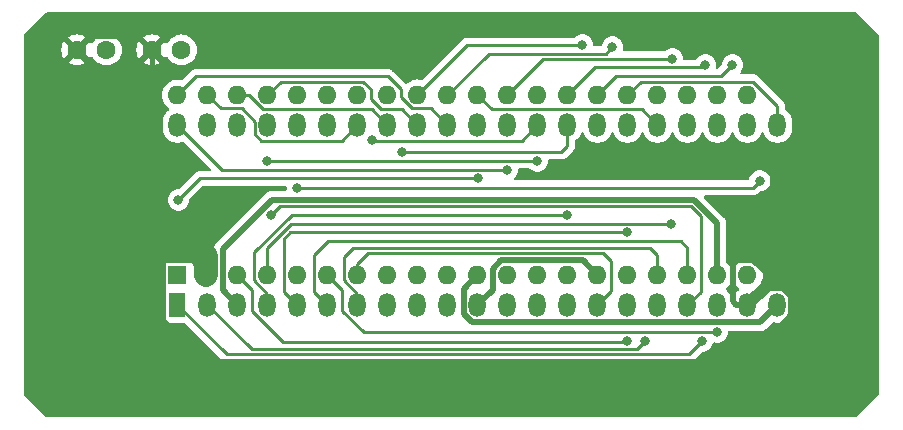
<source format=gbr>
%TF.GenerationSoftware,KiCad,Pcbnew,8.0.4*%
%TF.CreationDate,2024-09-01T17:43:29+09:00*%
%TF.ProjectId,uPD753adapter,75504437-3533-4616-9461-707465722e6b,rev?*%
%TF.SameCoordinates,Original*%
%TF.FileFunction,Copper,L1,Top*%
%TF.FilePolarity,Positive*%
%FSLAX46Y46*%
G04 Gerber Fmt 4.6, Leading zero omitted, Abs format (unit mm)*
G04 Created by KiCad (PCBNEW 8.0.4) date 2024-09-01 17:43:29*
%MOMM*%
%LPD*%
G01*
G04 APERTURE LIST*
%TA.AperFunction,ComponentPad*%
%ADD10R,1.440000X2.000000*%
%TD*%
%TA.AperFunction,ComponentPad*%
%ADD11O,1.440000X2.000000*%
%TD*%
%TA.AperFunction,ComponentPad*%
%ADD12C,1.600000*%
%TD*%
%TA.AperFunction,ComponentPad*%
%ADD13R,1.600000X1.600000*%
%TD*%
%TA.AperFunction,ComponentPad*%
%ADD14O,1.600000X1.600000*%
%TD*%
%TA.AperFunction,ViaPad*%
%ADD15C,0.800000*%
%TD*%
%TA.AperFunction,Conductor*%
%ADD16C,2.000000*%
%TD*%
%TA.AperFunction,Conductor*%
%ADD17C,0.500000*%
%TD*%
%TA.AperFunction,Conductor*%
%ADD18C,0.250000*%
%TD*%
%TA.AperFunction,Conductor*%
%ADD19C,1.000000*%
%TD*%
%TA.AperFunction,Conductor*%
%ADD20C,0.400000*%
%TD*%
G04 APERTURE END LIST*
D10*
%TO.P,J1,1,Pin_1*%
%TO.N,READY*%
X13638000Y-25400000D03*
D11*
%TO.P,J1,2,Pin_2*%
%TO.N,WAIT*%
X16178000Y-25400000D03*
%TO.P,J1,3,Pin_3*%
%TO.N,SYNC*%
X18718000Y-25400000D03*
%TO.P,J1,4,Pin_4*%
%TO.N,INT*%
X21258000Y-25400000D03*
%TO.P,J1,5,Pin_5*%
%TO.N,INTE*%
X23798000Y-25400000D03*
%TO.P,J1,6,Pin_6*%
%TO.N,WR_n*%
X26338000Y-25400000D03*
%TO.P,J1,7,Pin_7*%
%TO.N,DBIN*%
X28878000Y-25400000D03*
%TO.P,J1,8,Pin_8*%
%TO.N,CLK1*%
X31418000Y-25400000D03*
%TO.P,J1,9,Pin_9*%
%TO.N,unconnected-(J1-Pin_9-Pad9)*%
X33958000Y-25400000D03*
%TO.P,J1,10,Pin_10*%
%TO.N,unconnected-(J1-Pin_10-Pad10)*%
X36498000Y-25400000D03*
%TO.P,J1,11,Pin_11*%
%TO.N,CLK2*%
X39038000Y-25400000D03*
%TO.P,J1,12,Pin_12*%
%TO.N,D0*%
X41578000Y-25400000D03*
%TO.P,J1,13,Pin_13*%
%TO.N,D1*%
X44118000Y-25400000D03*
%TO.P,J1,14,Pin_14*%
%TO.N,D2*%
X46658000Y-25400000D03*
%TO.P,J1,15,Pin_15*%
%TO.N,D3*%
X49198000Y-25400000D03*
%TO.P,J1,16,Pin_16*%
%TO.N,D4*%
X51738000Y-25400000D03*
%TO.P,J1,17,Pin_17*%
%TO.N,D5*%
X54278000Y-25400000D03*
%TO.P,J1,18,Pin_18*%
%TO.N,D6*%
X56818000Y-25400000D03*
%TO.P,J1,19,Pin_19*%
%TO.N,D7*%
X59358000Y-25400000D03*
%TO.P,J1,20,Pin_20*%
%TO.N,GND*%
X61898000Y-25400000D03*
%TO.P,J1,21,Pin_21*%
%TO.N,-5V*%
X64438000Y-25400000D03*
%TO.P,J1,22,Pin_22*%
%TO.N,A0*%
X64438000Y-10160000D03*
%TO.P,J1,23,Pin_23*%
%TO.N,A1*%
X61898000Y-10160000D03*
%TO.P,J1,24,Pin_24*%
%TO.N,A2*%
X59358000Y-10160000D03*
%TO.P,J1,25,Pin_25*%
%TO.N,A3*%
X56818000Y-10160000D03*
%TO.P,J1,26,Pin_26*%
%TO.N,A4*%
X54278000Y-10160000D03*
%TO.P,J1,27,Pin_27*%
%TO.N,A5*%
X51738000Y-10160000D03*
%TO.P,J1,28,Pin_28*%
%TO.N,A6*%
X49198000Y-10160000D03*
%TO.P,J1,29,Pin_29*%
%TO.N,A7*%
X46658000Y-10160000D03*
%TO.P,J1,30,Pin_30*%
%TO.N,A8*%
X44118000Y-10160000D03*
%TO.P,J1,31,Pin_31*%
%TO.N,A9*%
X41578000Y-10160000D03*
%TO.P,J1,32,Pin_32*%
%TO.N,A10*%
X39038000Y-10160000D03*
%TO.P,J1,33,Pin_33*%
%TO.N,A11*%
X36498000Y-10160000D03*
%TO.P,J1,34,Pin_34*%
%TO.N,A12*%
X33958000Y-10160000D03*
%TO.P,J1,35,Pin_35*%
%TO.N,A13*%
X31418000Y-10160000D03*
%TO.P,J1,36,Pin_36*%
%TO.N,A14*%
X28878000Y-10160000D03*
%TO.P,J1,37,Pin_37*%
%TO.N,A15*%
X26338000Y-10160000D03*
%TO.P,J1,38,Pin_38*%
%TO.N,HLDA*%
X23798000Y-10160000D03*
%TO.P,J1,39,Pin_39*%
%TO.N,HOLD*%
X21258000Y-10160000D03*
%TO.P,J1,40,Pin_40*%
%TO.N,+5V*%
X18718000Y-10160000D03*
%TO.P,J1,41,Pin_41*%
%TO.N,+12V*%
X16178000Y-10160000D03*
%TO.P,J1,42,Pin_42*%
%TO.N,RESET*%
X13638000Y-10160000D03*
%TD*%
D12*
%TO.P,C2,1*%
%TO.N,+12V*%
X13970000Y-3810000D03*
%TO.P,C2,2*%
%TO.N,GND*%
X11470000Y-3810000D03*
%TD*%
D13*
%TO.P,J2,1,Pin_1*%
%TO.N,A10*%
X13638000Y-22860000D03*
D14*
%TO.P,J2,2,Pin_2*%
%TO.N,GND*%
X16178000Y-22860000D03*
%TO.P,J2,3,Pin_3*%
%TO.N,D4*%
X18718000Y-22860000D03*
%TO.P,J2,4,Pin_4*%
%TO.N,D5*%
X21258000Y-22860000D03*
%TO.P,J2,5,Pin_5*%
%TO.N,D6*%
X23798000Y-22860000D03*
%TO.P,J2,6,Pin_6*%
%TO.N,D7*%
X26338000Y-22860000D03*
%TO.P,J2,7,Pin_7*%
%TO.N,D3*%
X28878000Y-22860000D03*
%TO.P,J2,8,Pin_8*%
%TO.N,D2*%
X31418000Y-22860000D03*
%TO.P,J2,9,Pin_9*%
%TO.N,D1*%
X33958000Y-22860000D03*
%TO.P,J2,10,Pin_10*%
%TO.N,D0*%
X36498000Y-22860000D03*
%TO.P,J2,11,Pin_11*%
%TO.N,-5V*%
X39038000Y-22860000D03*
%TO.P,J2,12,Pin_12*%
%TO.N,RESET*%
X41578000Y-22860000D03*
%TO.P,J2,13,Pin_13*%
%TO.N,HOLD*%
X44118000Y-22860000D03*
%TO.P,J2,14,Pin_14*%
%TO.N,INT*%
X46658000Y-22860000D03*
%TO.P,J2,15,Pin_15*%
%TO.N,CLK2*%
X49198000Y-22860000D03*
%TO.P,J2,16,Pin_16*%
%TO.N,INTE*%
X51738000Y-22860000D03*
%TO.P,J2,17,Pin_17*%
%TO.N,DBIN*%
X54278000Y-22860000D03*
%TO.P,J2,18,Pin_18*%
%TO.N,WR_n*%
X56818000Y-22860000D03*
%TO.P,J2,19,Pin_19*%
%TO.N,SYNC*%
X59358000Y-22860000D03*
%TO.P,J2,20,Pin_20*%
%TO.N,+5V*%
X61898000Y-22860000D03*
%TO.P,J2,21,Pin_21*%
%TO.N,HLDA*%
X61898000Y-7620000D03*
%TO.P,J2,22,Pin_22*%
%TO.N,CLK1*%
X59358000Y-7620000D03*
%TO.P,J2,23,Pin_23*%
%TO.N,READY*%
X56818000Y-7620000D03*
%TO.P,J2,24,Pin_24*%
%TO.N,WAIT*%
X54278000Y-7620000D03*
%TO.P,J2,25,Pin_25*%
%TO.N,A0*%
X51738000Y-7620000D03*
%TO.P,J2,26,Pin_26*%
%TO.N,A1*%
X49198000Y-7620000D03*
%TO.P,J2,27,Pin_27*%
%TO.N,A2*%
X46658000Y-7620000D03*
%TO.P,J2,28,Pin_28*%
%TO.N,+12V*%
X44118000Y-7620000D03*
%TO.P,J2,29,Pin_29*%
%TO.N,A3*%
X41578000Y-7620000D03*
%TO.P,J2,30,Pin_30*%
%TO.N,A4*%
X39038000Y-7620000D03*
%TO.P,J2,31,Pin_31*%
%TO.N,A5*%
X36498000Y-7620000D03*
%TO.P,J2,32,Pin_32*%
%TO.N,A6*%
X33958000Y-7620000D03*
%TO.P,J2,33,Pin_33*%
%TO.N,A7*%
X31418000Y-7620000D03*
%TO.P,J2,34,Pin_34*%
%TO.N,A8*%
X28878000Y-7620000D03*
%TO.P,J2,35,Pin_35*%
%TO.N,A9*%
X26338000Y-7620000D03*
%TO.P,J2,36,Pin_36*%
%TO.N,A15*%
X23798000Y-7620000D03*
%TO.P,J2,37,Pin_37*%
%TO.N,A12*%
X21258000Y-7620000D03*
%TO.P,J2,38,Pin_38*%
%TO.N,A13*%
X18718000Y-7620000D03*
%TO.P,J2,39,Pin_39*%
%TO.N,A14*%
X16178000Y-7620000D03*
%TO.P,J2,40,Pin_40*%
%TO.N,A11*%
X13638000Y-7620000D03*
%TD*%
D12*
%TO.P,C1,1*%
%TO.N,+5V*%
X7620000Y-3810000D03*
%TO.P,C1,2*%
%TO.N,GND*%
X5120000Y-3810000D03*
%TD*%
D15*
%TO.N,WAIT*%
X53262000Y-28448000D03*
%TO.N,D4*%
X51738000Y-28425000D03*
%TO.N,A1*%
X60628000Y-5080000D03*
%TO.N,INT*%
X46658000Y-17780000D03*
%TO.N,INTE*%
X51738000Y-19267000D03*
%TO.N,D7*%
X59358000Y-27700000D03*
%TO.N,A2*%
X58342000Y-5080000D03*
%TO.N,RESET*%
X41578000Y-13970000D03*
%TO.N,A5*%
X50468000Y-3556000D03*
%TO.N,A3*%
X55548000Y-4572000D03*
%TO.N,D5*%
X55421000Y-18542000D03*
%TO.N,HLDA*%
X62943000Y-14897997D03*
X23798000Y-15494000D03*
%TO.N,HOLD*%
X21258000Y-13208000D03*
X44118000Y-13208000D03*
%TO.N,A8*%
X30148000Y-11430000D03*
%TO.N,A7*%
X32688000Y-12446000D03*
%TO.N,A10*%
X13716000Y-16510000D03*
X39116000Y-14695000D03*
%TO.N,A6*%
X47928000Y-3397000D03*
%TO.N,D6*%
X21590000Y-17780000D03*
%TO.N,READY*%
X58088000Y-28448000D03*
%TD*%
D16*
%TO.N,GND*%
X16018000Y-21240000D02*
X16018000Y-22860000D01*
X15638000Y-20860000D02*
X16018000Y-21240000D01*
X11494000Y-20860000D02*
X15638000Y-20860000D01*
X11470000Y-20884000D02*
X11494000Y-20860000D01*
D17*
%TO.N,SYNC*%
X17468000Y-20662000D02*
X21650000Y-16480000D01*
X17468000Y-24150000D02*
X17468000Y-20662000D01*
X21650000Y-16480000D02*
X57347173Y-16480000D01*
X59358000Y-18490827D02*
X59358000Y-22860000D01*
X18718000Y-25400000D02*
X17468000Y-24150000D01*
X57347173Y-16480000D02*
X59358000Y-18490827D01*
D18*
%TO.N,D6*%
X22315000Y-17055000D02*
X21590000Y-17780000D01*
X57109000Y-17055000D02*
X22315000Y-17055000D01*
X57961000Y-17907000D02*
X57109000Y-17055000D01*
X57943000Y-18179000D02*
X57961000Y-18161000D01*
X56818000Y-25400000D02*
X57943000Y-24275000D01*
X57943000Y-24275000D02*
X57943000Y-18179000D01*
X57961000Y-18161000D02*
X57961000Y-17907000D01*
%TO.N,INT*%
X23308000Y-17780000D02*
X46658000Y-17780000D01*
X20133000Y-23325991D02*
X20133000Y-20955000D01*
X20133000Y-20955000D02*
X23308000Y-17780000D01*
%TO.N,D5*%
X23288604Y-18542000D02*
X55421000Y-18542000D01*
X21258000Y-20572604D02*
X23288604Y-18542000D01*
X21258000Y-22860000D02*
X21258000Y-20572604D01*
D17*
%TO.N,GND*%
X60960000Y-21590000D02*
X62395767Y-21590000D01*
D19*
X63598000Y-23700000D02*
X65026183Y-23700000D01*
D20*
X6320000Y-2610000D02*
X10270000Y-2610000D01*
X63298000Y-24000000D02*
X61898000Y-25400000D01*
X5120000Y-3810000D02*
X6320000Y-2610000D01*
X65558000Y-26143919D02*
X65558000Y-24656081D01*
D17*
X60960000Y-25400000D02*
X60648000Y-25088000D01*
D19*
X65858000Y-24531817D02*
X65858000Y-26268183D01*
X65858000Y-26268183D02*
X65770132Y-26356051D01*
D20*
X64901919Y-24000000D02*
X63298000Y-24000000D01*
D17*
X63598000Y-22792233D02*
X63598000Y-23700000D01*
D20*
X61576919Y-30125000D02*
X65558000Y-26143919D01*
X65558000Y-24656081D02*
X64901919Y-24000000D01*
X12438000Y-26720000D02*
X15843000Y-30125000D01*
D17*
X60648000Y-21902000D02*
X60960000Y-21590000D01*
D19*
X65026183Y-23700000D02*
X65858000Y-24531817D01*
D17*
X61898000Y-25400000D02*
X60960000Y-25400000D01*
D20*
X11470000Y-3810000D02*
X11470000Y-20884000D01*
X15843000Y-30125000D02*
X61576919Y-30125000D01*
D19*
X61898000Y-25400000D02*
X63598000Y-23700000D01*
D17*
X60648000Y-25088000D02*
X60648000Y-21902000D01*
D20*
X11470000Y-20884000D02*
X12438000Y-21852000D01*
X10270000Y-2610000D02*
X11470000Y-3810000D01*
D17*
X62395767Y-21590000D02*
X63598000Y-22792233D01*
%TO.N,-5V*%
X38553370Y-26850000D02*
X62988000Y-26850000D01*
X37868000Y-26164630D02*
X38553370Y-26850000D01*
X39038000Y-22860000D02*
X37868000Y-24030000D01*
X62988000Y-26850000D02*
X64438000Y-25400000D01*
X37868000Y-24030000D02*
X37868000Y-26164630D01*
D18*
%TO.N,WAIT*%
X16178000Y-25400000D02*
X19928000Y-29150000D01*
X52560000Y-29150000D02*
X19928000Y-29150000D01*
X53262000Y-28448000D02*
X52560000Y-29150000D01*
%TO.N,A11*%
X31433991Y-6045000D02*
X15213000Y-6045000D01*
X32543000Y-7154009D02*
X32543000Y-7795991D01*
X35083000Y-8745000D02*
X36498000Y-10160000D01*
X32543000Y-7795991D02*
X33492009Y-8745000D01*
X33492009Y-8745000D02*
X35083000Y-8745000D01*
X15213000Y-6045000D02*
X13638000Y-7620000D01*
X32543000Y-7154009D02*
X31433991Y-6045000D01*
%TO.N,D4*%
X51738000Y-28425000D02*
X51663000Y-28500000D01*
X19988000Y-25887853D02*
X22600146Y-28500000D01*
X19988000Y-24130000D02*
X18718000Y-22860000D01*
X51663000Y-28500000D02*
X22600146Y-28500000D01*
X19988000Y-25887853D02*
X19988000Y-24130000D01*
%TO.N,A1*%
X49198000Y-7620000D02*
X50773000Y-6045000D01*
X50773000Y-6045000D02*
X59663000Y-6045000D01*
X59663000Y-6045000D02*
X60628000Y-5080000D01*
%TO.N,INT*%
X21258000Y-24450991D02*
X20133000Y-23325991D01*
X21258000Y-25400000D02*
X21258000Y-24450991D01*
%TO.N,INTE*%
X22673000Y-19830000D02*
X22673000Y-24275000D01*
X23200000Y-19267000D02*
X22655000Y-19812000D01*
X22655000Y-19812000D02*
X22673000Y-19830000D01*
X23798000Y-25400000D02*
X22673000Y-24275000D01*
X51738000Y-19267000D02*
X23200000Y-19267000D01*
%TO.N,A0*%
X64438000Y-10160000D02*
X64438000Y-8569009D01*
X62363991Y-6495000D02*
X52863000Y-6495000D01*
X64438000Y-8569009D02*
X62363991Y-6495000D01*
X52863000Y-6495000D02*
X51738000Y-7620000D01*
%TO.N,D7*%
X59358000Y-27700000D02*
X51611000Y-27700000D01*
X26338000Y-22860000D02*
X27608000Y-24130000D01*
X27608000Y-25887853D02*
X29420148Y-27700000D01*
X47674000Y-27709305D02*
X47674000Y-27686000D01*
X51597000Y-27686000D02*
X51611000Y-27700000D01*
X29420148Y-27700000D02*
X59358000Y-27700000D01*
X27608000Y-24130000D02*
X27608000Y-25887853D01*
X47674000Y-27686000D02*
X51597000Y-27686000D01*
%TO.N,A12*%
X32633000Y-8835000D02*
X30855000Y-8835000D01*
X22383000Y-6495000D02*
X21258000Y-7620000D01*
X30003000Y-7154009D02*
X29343991Y-6495000D01*
X22383000Y-6495000D02*
X29343991Y-6495000D01*
X30855000Y-8835000D02*
X30003000Y-7983000D01*
X33958000Y-10160000D02*
X32633000Y-8835000D01*
X30003000Y-7983000D02*
X30003000Y-7154009D01*
%TO.N,A2*%
X46658000Y-7620000D02*
X48981000Y-5297000D01*
X58125000Y-5297000D02*
X48981000Y-5297000D01*
X58342000Y-5080000D02*
X58125000Y-5297000D01*
%TO.N,RESET*%
X13638000Y-10160000D02*
X17448000Y-13970000D01*
X41578000Y-13970000D02*
X17448000Y-13970000D01*
%TO.N,A5*%
X49902000Y-4122000D02*
X39996000Y-4122000D01*
X50468000Y-3556000D02*
X49902000Y-4122000D01*
X36498000Y-7620000D02*
X39996000Y-4122000D01*
%TO.N,WR_n*%
X56818000Y-22860000D02*
X56818000Y-20574000D01*
X25213000Y-21191000D02*
X25213000Y-24275000D01*
X25213000Y-24275000D02*
X26338000Y-25400000D01*
X26412000Y-19992000D02*
X25213000Y-21191000D01*
X26412000Y-19992000D02*
X56236000Y-19992000D01*
X56236000Y-19992000D02*
X56818000Y-20574000D01*
%TO.N,A3*%
X55548000Y-4572000D02*
X44626000Y-4572000D01*
X41578000Y-7620000D02*
X44626000Y-4572000D01*
%TO.N,HLDA*%
X23798000Y-15494000D02*
X62346997Y-15494000D01*
X62346997Y-15494000D02*
X62943000Y-14897997D01*
%TO.N,HOLD*%
X21258000Y-13208000D02*
X44118000Y-13208000D01*
%TO.N,D3*%
X28878000Y-21971000D02*
X29814000Y-21035000D01*
X50341000Y-24257000D02*
X49198000Y-25400000D01*
X50341000Y-21717000D02*
X50341000Y-24257000D01*
X28878000Y-22860000D02*
X28878000Y-21971000D01*
X29814000Y-21035000D02*
X49659000Y-21035000D01*
X49659000Y-21035000D02*
X50341000Y-21717000D01*
%TO.N,A8*%
X30203000Y-11485000D02*
X42793000Y-11485000D01*
X42793000Y-11485000D02*
X44118000Y-10160000D01*
X30148000Y-11430000D02*
X30203000Y-11485000D01*
%TO.N,A7*%
X32688000Y-12446000D02*
X46150000Y-12446000D01*
X46658000Y-11938000D02*
X46658000Y-10160000D01*
X46150000Y-12446000D02*
X46658000Y-11938000D01*
%TO.N,A13*%
X30093000Y-8835000D02*
X31418000Y-10160000D01*
X20882009Y-8835000D02*
X30093000Y-8835000D01*
X19667009Y-7620000D02*
X20882009Y-8835000D01*
X18718000Y-7620000D02*
X19667009Y-7620000D01*
%TO.N,A14*%
X19081000Y-8745000D02*
X20213000Y-9877000D01*
X20213000Y-9877000D02*
X20213000Y-10948000D01*
X17303000Y-8745000D02*
X19081000Y-8745000D01*
X20750000Y-11485000D02*
X27553000Y-11485000D01*
X16178000Y-7620000D02*
X17303000Y-8745000D01*
X20213000Y-10948000D02*
X20750000Y-11485000D01*
X28878000Y-10160000D02*
X27553000Y-11485000D01*
%TO.N,A10*%
X15531000Y-14695000D02*
X13716000Y-16510000D01*
X39116000Y-14695000D02*
X15531000Y-14695000D01*
%TO.N,DBIN*%
X54278000Y-21209000D02*
X53643000Y-20574000D01*
X28878000Y-25400000D02*
X28878000Y-24450991D01*
X28878000Y-24450991D02*
X27753000Y-23325991D01*
X54278000Y-22860000D02*
X54278000Y-21209000D01*
X27753000Y-21318000D02*
X27753000Y-23325991D01*
X28497000Y-20574000D02*
X53643000Y-20574000D01*
X27753000Y-21318000D02*
X28497000Y-20574000D01*
D17*
%TO.N,CLK2*%
X47948000Y-21610000D02*
X49198000Y-22860000D01*
X39038000Y-25400000D02*
X40328000Y-24110000D01*
X41060233Y-21610000D02*
X47948000Y-21610000D01*
X40328000Y-24110000D02*
X40328000Y-22342233D01*
X40328000Y-22342233D02*
X41060233Y-21610000D01*
D18*
%TO.N,A4*%
X54278000Y-10160000D02*
X52953000Y-8835000D01*
X40253000Y-8835000D02*
X39038000Y-7620000D01*
X52953000Y-8835000D02*
X40253000Y-8835000D01*
%TO.N,A6*%
X33958000Y-7620000D02*
X38181000Y-3397000D01*
X38181000Y-3397000D02*
X47928000Y-3397000D01*
%TO.N,READY*%
X13638000Y-25400000D02*
X17838000Y-29600000D01*
X56936000Y-29600000D02*
X58088000Y-28448000D01*
X17838000Y-29600000D02*
X56936000Y-29600000D01*
D20*
%TO.N,GND*%
X12438000Y-21852000D02*
X12438000Y-26720000D01*
%TD*%
%TA.AperFunction,Conductor*%
%TO.N,GND*%
G36*
X60695865Y-23403348D02*
G01*
X60740382Y-23454725D01*
X60767429Y-23512728D01*
X60767432Y-23512734D01*
X60897954Y-23699141D01*
X61058858Y-23860045D01*
X61058861Y-23860047D01*
X61169913Y-23937806D01*
X61169915Y-23937807D01*
X61213540Y-23992383D01*
X61220734Y-24061882D01*
X61189212Y-24124236D01*
X61171678Y-24139699D01*
X61103232Y-24189428D01*
X61103225Y-24189434D01*
X60967434Y-24325225D01*
X60967430Y-24325230D01*
X60854565Y-24480577D01*
X60767384Y-24651677D01*
X60746194Y-24716893D01*
X60706755Y-24774568D01*
X60642396Y-24801765D01*
X60573550Y-24789850D01*
X60522075Y-24742605D01*
X60510332Y-24716890D01*
X60489084Y-24651495D01*
X60477455Y-24628672D01*
X60401865Y-24480319D01*
X60288945Y-24324898D01*
X60153102Y-24189055D01*
X60129500Y-24171907D01*
X60084754Y-24139396D01*
X60042088Y-24084066D01*
X60036110Y-24014453D01*
X60068716Y-23952658D01*
X60086511Y-23937508D01*
X60197139Y-23860047D01*
X60358047Y-23699139D01*
X60488568Y-23512734D01*
X60515618Y-23454724D01*
X60561790Y-23402285D01*
X60628983Y-23383133D01*
X60695865Y-23403348D01*
G37*
%TD.AperFunction*%
%TA.AperFunction,Conductor*%
G36*
X71135677Y-654685D02*
G01*
X71156319Y-671319D01*
X72988681Y-2503681D01*
X73022166Y-2565004D01*
X73025000Y-2591362D01*
X73025000Y-32968638D01*
X73005315Y-33035677D01*
X72988681Y-33056319D01*
X71156319Y-34888681D01*
X71094996Y-34922166D01*
X71068638Y-34925000D01*
X2591362Y-34925000D01*
X2524323Y-34905315D01*
X2503681Y-34888681D01*
X671319Y-33056319D01*
X637834Y-32994996D01*
X635000Y-32968638D01*
X635000Y-7619998D01*
X12332532Y-7619998D01*
X12332532Y-7620001D01*
X12352364Y-7846686D01*
X12352366Y-7846697D01*
X12411258Y-8066488D01*
X12411261Y-8066497D01*
X12507431Y-8272732D01*
X12507432Y-8272734D01*
X12637954Y-8459141D01*
X12798857Y-8620044D01*
X12798860Y-8620046D01*
X12798861Y-8620047D01*
X12909483Y-8697505D01*
X12953108Y-8752080D01*
X12960302Y-8821578D01*
X12928780Y-8883933D01*
X12911246Y-8899396D01*
X12842904Y-8949050D01*
X12842895Y-8949057D01*
X12707057Y-9084895D01*
X12707057Y-9084896D01*
X12707055Y-9084898D01*
X12658560Y-9151645D01*
X12594135Y-9240318D01*
X12506916Y-9411493D01*
X12447553Y-9594197D01*
X12417500Y-9783945D01*
X12417500Y-10536054D01*
X12447553Y-10725802D01*
X12506916Y-10908506D01*
X12506918Y-10908509D01*
X12594135Y-11079681D01*
X12707055Y-11235102D01*
X12842898Y-11370945D01*
X12998319Y-11483865D01*
X13131079Y-11551510D01*
X13169493Y-11571083D01*
X13255688Y-11599089D01*
X13352199Y-11630447D01*
X13541945Y-11660500D01*
X13541946Y-11660500D01*
X13734054Y-11660500D01*
X13734055Y-11660500D01*
X13923801Y-11630447D01*
X14078006Y-11580342D01*
X14147845Y-11578348D01*
X14204003Y-11610593D01*
X16451228Y-13857819D01*
X16484713Y-13919142D01*
X16479729Y-13988834D01*
X16437857Y-14044767D01*
X16372393Y-14069184D01*
X16363547Y-14069500D01*
X15598741Y-14069500D01*
X15598721Y-14069499D01*
X15592607Y-14069499D01*
X15469394Y-14069499D01*
X15368597Y-14089548D01*
X15368592Y-14089548D01*
X15348549Y-14093536D01*
X15348547Y-14093536D01*
X15301397Y-14113067D01*
X15234719Y-14140685D01*
X15234717Y-14140686D01*
X15132266Y-14209141D01*
X15132263Y-14209144D01*
X13768229Y-15573181D01*
X13706906Y-15606666D01*
X13680548Y-15609500D01*
X13621354Y-15609500D01*
X13588897Y-15616398D01*
X13436197Y-15648855D01*
X13436192Y-15648857D01*
X13263270Y-15725848D01*
X13263265Y-15725851D01*
X13110129Y-15837111D01*
X12983466Y-15977785D01*
X12888821Y-16141715D01*
X12888818Y-16141722D01*
X12830327Y-16321740D01*
X12830326Y-16321744D01*
X12810540Y-16510000D01*
X12830326Y-16698256D01*
X12830327Y-16698259D01*
X12888818Y-16878277D01*
X12888821Y-16878284D01*
X12983467Y-17042216D01*
X13110129Y-17182888D01*
X13263265Y-17294148D01*
X13263270Y-17294151D01*
X13436192Y-17371142D01*
X13436197Y-17371144D01*
X13621354Y-17410500D01*
X13621355Y-17410500D01*
X13810644Y-17410500D01*
X13810646Y-17410500D01*
X13995803Y-17371144D01*
X14168730Y-17294151D01*
X14321871Y-17182888D01*
X14448533Y-17042216D01*
X14543179Y-16878284D01*
X14601674Y-16698256D01*
X14619321Y-16530344D01*
X14645904Y-16465734D01*
X14654951Y-16455638D01*
X15753772Y-15356819D01*
X15815095Y-15323334D01*
X15841453Y-15320500D01*
X22773059Y-15320500D01*
X22840098Y-15340185D01*
X22885853Y-15392989D01*
X22896380Y-15457460D01*
X22892540Y-15493999D01*
X22902897Y-15592539D01*
X22890327Y-15661268D01*
X22842595Y-15712292D01*
X22779576Y-15729500D01*
X21576080Y-15729500D01*
X21431092Y-15758340D01*
X21431082Y-15758343D01*
X21294511Y-15814912D01*
X21294504Y-15814916D01*
X21268094Y-15832563D01*
X21241684Y-15850210D01*
X21241683Y-15850211D01*
X21171581Y-15897050D01*
X21171580Y-15897051D01*
X16885052Y-20183578D01*
X16885049Y-20183581D01*
X16854880Y-20228732D01*
X16854881Y-20228733D01*
X16802914Y-20306508D01*
X16746343Y-20443082D01*
X16746340Y-20443092D01*
X16717500Y-20588079D01*
X16717500Y-21497099D01*
X16697815Y-21564138D01*
X16645011Y-21609893D01*
X16575853Y-21619837D01*
X16561406Y-21616874D01*
X16428000Y-21581127D01*
X16428000Y-22544314D01*
X16423606Y-22539920D01*
X16332394Y-22487259D01*
X16230661Y-22460000D01*
X16125339Y-22460000D01*
X16023606Y-22487259D01*
X15932394Y-22539920D01*
X15928000Y-22544314D01*
X15928000Y-21581127D01*
X15731671Y-21633734D01*
X15525517Y-21729865D01*
X15339179Y-21860342D01*
X15178339Y-22021182D01*
X15160806Y-22046222D01*
X15106229Y-22089845D01*
X15036730Y-22097037D01*
X14974376Y-22065513D01*
X14938963Y-22005283D01*
X14935943Y-21988349D01*
X14932091Y-21952516D01*
X14881797Y-21817671D01*
X14881793Y-21817664D01*
X14795547Y-21702455D01*
X14795544Y-21702452D01*
X14680335Y-21616206D01*
X14680328Y-21616202D01*
X14545482Y-21565908D01*
X14545483Y-21565908D01*
X14485883Y-21559501D01*
X14485881Y-21559500D01*
X14485873Y-21559500D01*
X14485864Y-21559500D01*
X12790129Y-21559500D01*
X12790123Y-21559501D01*
X12730516Y-21565908D01*
X12595671Y-21616202D01*
X12595664Y-21616206D01*
X12480455Y-21702452D01*
X12480452Y-21702455D01*
X12394206Y-21817664D01*
X12394202Y-21817671D01*
X12343908Y-21952517D01*
X12337501Y-22012116D01*
X12337500Y-22012135D01*
X12337500Y-23707870D01*
X12337501Y-23707876D01*
X12343908Y-23767483D01*
X12394202Y-23902328D01*
X12394204Y-23902331D01*
X12474147Y-24009121D01*
X12498565Y-24074585D01*
X12483714Y-24142858D01*
X12474251Y-24157582D01*
X12474202Y-24157671D01*
X12423908Y-24292517D01*
X12417501Y-24352116D01*
X12417501Y-24352123D01*
X12417500Y-24352135D01*
X12417500Y-26447870D01*
X12417501Y-26447876D01*
X12423908Y-26507483D01*
X12474202Y-26642328D01*
X12474206Y-26642335D01*
X12560452Y-26757544D01*
X12560455Y-26757547D01*
X12675664Y-26843793D01*
X12675671Y-26843797D01*
X12810517Y-26894091D01*
X12810516Y-26894091D01*
X12817444Y-26894835D01*
X12870127Y-26900500D01*
X14202547Y-26900499D01*
X14269586Y-26920184D01*
X14290228Y-26936818D01*
X17349016Y-29995606D01*
X17349045Y-29995637D01*
X17439264Y-30085856D01*
X17439267Y-30085858D01*
X17516190Y-30137256D01*
X17541710Y-30154309D01*
X17541712Y-30154310D01*
X17541715Y-30154312D01*
X17608396Y-30181931D01*
X17608398Y-30181933D01*
X17648640Y-30198601D01*
X17655548Y-30201463D01*
X17715971Y-30213481D01*
X17776393Y-30225500D01*
X56997607Y-30225500D01*
X57058029Y-30213481D01*
X57118452Y-30201463D01*
X57118455Y-30201461D01*
X57118458Y-30201461D01*
X57151787Y-30187654D01*
X57151786Y-30187654D01*
X57151792Y-30187652D01*
X57232286Y-30154312D01*
X57283509Y-30120084D01*
X57334733Y-30085858D01*
X57421858Y-29998733D01*
X57421859Y-29998731D01*
X57428925Y-29991665D01*
X57428927Y-29991661D01*
X58035771Y-29384819D01*
X58097094Y-29351334D01*
X58123452Y-29348500D01*
X58182644Y-29348500D01*
X58182646Y-29348500D01*
X58367803Y-29309144D01*
X58540730Y-29232151D01*
X58693871Y-29120888D01*
X58820533Y-28980216D01*
X58915179Y-28816284D01*
X58968754Y-28651397D01*
X59008190Y-28593724D01*
X59072549Y-28566525D01*
X59112459Y-28568426D01*
X59263354Y-28600500D01*
X59263355Y-28600500D01*
X59452644Y-28600500D01*
X59452646Y-28600500D01*
X59637803Y-28561144D01*
X59810730Y-28484151D01*
X59963871Y-28372888D01*
X60090533Y-28232216D01*
X60185179Y-28068284D01*
X60243674Y-27888256D01*
X60262247Y-27711536D01*
X60288832Y-27646924D01*
X60346129Y-27606939D01*
X60385568Y-27600500D01*
X63061920Y-27600500D01*
X63159462Y-27581096D01*
X63206913Y-27571658D01*
X63343495Y-27515084D01*
X63392729Y-27482186D01*
X63466416Y-27432952D01*
X64005422Y-26893943D01*
X64066743Y-26860460D01*
X64131418Y-26863695D01*
X64138976Y-26866150D01*
X64152199Y-26870447D01*
X64341945Y-26900500D01*
X64341946Y-26900500D01*
X64534054Y-26900500D01*
X64534055Y-26900500D01*
X64723801Y-26870447D01*
X64906509Y-26811082D01*
X65077681Y-26723865D01*
X65233102Y-26610945D01*
X65368945Y-26475102D01*
X65481865Y-26319681D01*
X65569082Y-26148509D01*
X65628447Y-25965801D01*
X65658500Y-25776055D01*
X65658500Y-25023945D01*
X65628447Y-24834199D01*
X65590331Y-24716890D01*
X65569083Y-24651493D01*
X65557455Y-24628672D01*
X65481865Y-24480319D01*
X65368945Y-24324898D01*
X65233102Y-24189055D01*
X65077681Y-24076135D01*
X65049708Y-24061882D01*
X64906506Y-23988916D01*
X64723802Y-23929553D01*
X64628928Y-23914526D01*
X64534055Y-23899500D01*
X64341945Y-23899500D01*
X64278696Y-23909517D01*
X64152197Y-23929553D01*
X63969493Y-23988916D01*
X63798318Y-24076135D01*
X63711676Y-24139085D01*
X63642898Y-24189055D01*
X63642896Y-24189057D01*
X63642895Y-24189057D01*
X63507057Y-24324895D01*
X63507057Y-24324896D01*
X63507055Y-24324898D01*
X63487271Y-24352129D01*
X63394135Y-24480318D01*
X63306917Y-24651492D01*
X63285667Y-24716892D01*
X63246229Y-24774567D01*
X63181870Y-24801765D01*
X63113024Y-24789850D01*
X63061548Y-24742605D01*
X63049805Y-24716891D01*
X63028616Y-24651680D01*
X62941434Y-24480577D01*
X62828569Y-24325230D01*
X62828565Y-24325225D01*
X62692774Y-24189434D01*
X62624321Y-24139700D01*
X62581656Y-24084370D01*
X62575677Y-24014757D01*
X62608283Y-23952962D01*
X62626077Y-23937812D01*
X62737139Y-23860047D01*
X62898047Y-23699139D01*
X63028568Y-23512734D01*
X63124739Y-23306496D01*
X63183635Y-23086692D01*
X63203468Y-22860000D01*
X63183635Y-22633308D01*
X63124739Y-22413504D01*
X63028568Y-22207266D01*
X62898047Y-22020861D01*
X62898045Y-22020858D01*
X62737141Y-21859954D01*
X62550734Y-21729432D01*
X62550732Y-21729431D01*
X62344497Y-21633261D01*
X62344488Y-21633258D01*
X62124697Y-21574366D01*
X62124693Y-21574365D01*
X62124692Y-21574365D01*
X62124691Y-21574364D01*
X62124686Y-21574364D01*
X61898002Y-21554532D01*
X61897998Y-21554532D01*
X61671313Y-21574364D01*
X61671302Y-21574366D01*
X61451511Y-21633258D01*
X61451502Y-21633261D01*
X61245267Y-21729431D01*
X61245265Y-21729432D01*
X61058858Y-21859954D01*
X60897954Y-22020858D01*
X60767432Y-22207265D01*
X60767431Y-22207267D01*
X60740382Y-22265275D01*
X60694209Y-22317714D01*
X60627016Y-22336866D01*
X60560135Y-22316650D01*
X60515618Y-22265275D01*
X60488568Y-22207267D01*
X60488567Y-22207265D01*
X60358048Y-22020862D01*
X60289702Y-21952516D01*
X60197139Y-21859953D01*
X60192373Y-21856615D01*
X60161375Y-21834910D01*
X60117751Y-21780332D01*
X60108500Y-21733336D01*
X60108500Y-18416906D01*
X60079659Y-18271919D01*
X60079658Y-18271918D01*
X60079658Y-18271914D01*
X60079656Y-18271909D01*
X60023087Y-18135338D01*
X60023080Y-18135325D01*
X59970171Y-18056142D01*
X59970170Y-18056140D01*
X59940954Y-18012413D01*
X58259722Y-16331181D01*
X58226237Y-16269858D01*
X58231221Y-16200166D01*
X58273093Y-16144233D01*
X58338557Y-16119816D01*
X58347403Y-16119500D01*
X62408604Y-16119500D01*
X62469026Y-16107481D01*
X62529449Y-16095463D01*
X62579493Y-16074734D01*
X62643283Y-16048312D01*
X62694506Y-16014084D01*
X62745730Y-15979858D01*
X62832855Y-15892733D01*
X62832855Y-15892731D01*
X62843063Y-15882524D01*
X62843067Y-15882519D01*
X62890774Y-15834814D01*
X62952097Y-15801330D01*
X62978453Y-15798497D01*
X63037644Y-15798497D01*
X63037646Y-15798497D01*
X63222803Y-15759141D01*
X63395730Y-15682148D01*
X63548871Y-15570885D01*
X63675533Y-15430213D01*
X63770179Y-15266281D01*
X63828674Y-15086253D01*
X63848460Y-14897997D01*
X63828674Y-14709741D01*
X63770179Y-14529713D01*
X63675533Y-14365781D01*
X63548871Y-14225109D01*
X63526897Y-14209144D01*
X63395734Y-14113848D01*
X63395729Y-14113845D01*
X63222807Y-14036854D01*
X63222802Y-14036852D01*
X63077001Y-14005862D01*
X63037646Y-13997497D01*
X62848354Y-13997497D01*
X62815897Y-14004395D01*
X62663197Y-14036852D01*
X62663192Y-14036854D01*
X62490270Y-14113845D01*
X62490265Y-14113848D01*
X62337129Y-14225108D01*
X62210466Y-14365782D01*
X62115821Y-14529712D01*
X62115818Y-14529719D01*
X62057327Y-14709737D01*
X62057326Y-14709741D01*
X62052310Y-14757463D01*
X62025726Y-14822076D01*
X61968429Y-14862061D01*
X61928990Y-14868500D01*
X42254975Y-14868500D01*
X42187936Y-14848815D01*
X42142181Y-14796011D01*
X42132237Y-14726853D01*
X42161262Y-14663297D01*
X42182091Y-14644181D01*
X42183871Y-14642888D01*
X42310533Y-14502216D01*
X42405179Y-14338284D01*
X42463674Y-14158256D01*
X42483460Y-13970000D01*
X42483460Y-13969997D01*
X42483460Y-13963502D01*
X42484782Y-13963502D01*
X42496076Y-13901735D01*
X42543807Y-13850710D01*
X42606829Y-13833500D01*
X43414252Y-13833500D01*
X43481291Y-13853185D01*
X43506400Y-13874526D01*
X43512126Y-13880885D01*
X43512130Y-13880889D01*
X43665265Y-13992148D01*
X43665270Y-13992151D01*
X43838192Y-14069142D01*
X43838197Y-14069144D01*
X44023354Y-14108500D01*
X44023355Y-14108500D01*
X44212644Y-14108500D01*
X44212646Y-14108500D01*
X44397803Y-14069144D01*
X44570730Y-13992151D01*
X44723871Y-13880888D01*
X44850533Y-13740216D01*
X44945179Y-13576284D01*
X45003674Y-13396256D01*
X45023460Y-13208000D01*
X45023460Y-13207997D01*
X45023460Y-13201502D01*
X45024782Y-13201502D01*
X45036076Y-13139735D01*
X45083807Y-13088710D01*
X45146829Y-13071500D01*
X46211607Y-13071500D01*
X46272029Y-13059481D01*
X46332452Y-13047463D01*
X46382496Y-13026734D01*
X46446286Y-13000312D01*
X46497509Y-12966084D01*
X46548733Y-12931858D01*
X46635858Y-12844733D01*
X46635859Y-12844730D01*
X47143857Y-12336734D01*
X47148023Y-12330500D01*
X47212311Y-12234286D01*
X47259463Y-12120452D01*
X47266224Y-12086463D01*
X47283500Y-11999607D01*
X47283500Y-11876394D01*
X47283500Y-11557348D01*
X47303185Y-11490309D01*
X47334612Y-11457032D01*
X47453102Y-11370945D01*
X47588945Y-11235102D01*
X47701865Y-11079681D01*
X47789082Y-10908509D01*
X47805006Y-10859500D01*
X47810069Y-10843919D01*
X47849506Y-10786243D01*
X47913864Y-10759044D01*
X47982711Y-10770958D01*
X48034187Y-10818202D01*
X48045931Y-10843919D01*
X48066915Y-10908504D01*
X48066918Y-10908509D01*
X48154135Y-11079681D01*
X48267055Y-11235102D01*
X48402898Y-11370945D01*
X48558319Y-11483865D01*
X48691079Y-11551510D01*
X48729493Y-11571083D01*
X48815688Y-11599089D01*
X48912199Y-11630447D01*
X49101945Y-11660500D01*
X49101946Y-11660500D01*
X49294054Y-11660500D01*
X49294055Y-11660500D01*
X49483801Y-11630447D01*
X49666509Y-11571082D01*
X49837681Y-11483865D01*
X49993102Y-11370945D01*
X50128945Y-11235102D01*
X50241865Y-11079681D01*
X50329082Y-10908509D01*
X50345006Y-10859500D01*
X50350069Y-10843919D01*
X50389506Y-10786243D01*
X50453864Y-10759044D01*
X50522711Y-10770958D01*
X50574187Y-10818202D01*
X50585931Y-10843919D01*
X50606915Y-10908504D01*
X50606918Y-10908509D01*
X50694135Y-11079681D01*
X50807055Y-11235102D01*
X50942898Y-11370945D01*
X51098319Y-11483865D01*
X51231079Y-11551510D01*
X51269493Y-11571083D01*
X51355688Y-11599089D01*
X51452199Y-11630447D01*
X51641945Y-11660500D01*
X51641946Y-11660500D01*
X51834054Y-11660500D01*
X51834055Y-11660500D01*
X52023801Y-11630447D01*
X52206509Y-11571082D01*
X52377681Y-11483865D01*
X52533102Y-11370945D01*
X52668945Y-11235102D01*
X52781865Y-11079681D01*
X52869082Y-10908509D01*
X52885006Y-10859500D01*
X52890069Y-10843919D01*
X52929506Y-10786243D01*
X52993864Y-10759044D01*
X53062711Y-10770958D01*
X53114187Y-10818202D01*
X53125931Y-10843919D01*
X53146915Y-10908504D01*
X53146918Y-10908509D01*
X53234135Y-11079681D01*
X53347055Y-11235102D01*
X53482898Y-11370945D01*
X53638319Y-11483865D01*
X53771079Y-11551510D01*
X53809493Y-11571083D01*
X53895688Y-11599089D01*
X53992199Y-11630447D01*
X54181945Y-11660500D01*
X54181946Y-11660500D01*
X54374054Y-11660500D01*
X54374055Y-11660500D01*
X54563801Y-11630447D01*
X54746509Y-11571082D01*
X54917681Y-11483865D01*
X55073102Y-11370945D01*
X55208945Y-11235102D01*
X55321865Y-11079681D01*
X55409082Y-10908509D01*
X55425006Y-10859500D01*
X55430069Y-10843919D01*
X55469506Y-10786243D01*
X55533864Y-10759044D01*
X55602711Y-10770958D01*
X55654187Y-10818202D01*
X55665931Y-10843919D01*
X55686915Y-10908504D01*
X55686918Y-10908509D01*
X55774135Y-11079681D01*
X55887055Y-11235102D01*
X56022898Y-11370945D01*
X56178319Y-11483865D01*
X56311079Y-11551510D01*
X56349493Y-11571083D01*
X56435688Y-11599089D01*
X56532199Y-11630447D01*
X56721945Y-11660500D01*
X56721946Y-11660500D01*
X56914054Y-11660500D01*
X56914055Y-11660500D01*
X57103801Y-11630447D01*
X57286509Y-11571082D01*
X57457681Y-11483865D01*
X57613102Y-11370945D01*
X57748945Y-11235102D01*
X57861865Y-11079681D01*
X57949082Y-10908509D01*
X57965006Y-10859500D01*
X57970069Y-10843919D01*
X58009506Y-10786243D01*
X58073864Y-10759044D01*
X58142711Y-10770958D01*
X58194187Y-10818202D01*
X58205931Y-10843919D01*
X58226915Y-10908504D01*
X58226918Y-10908509D01*
X58314135Y-11079681D01*
X58427055Y-11235102D01*
X58562898Y-11370945D01*
X58718319Y-11483865D01*
X58851079Y-11551510D01*
X58889493Y-11571083D01*
X58975688Y-11599089D01*
X59072199Y-11630447D01*
X59261945Y-11660500D01*
X59261946Y-11660500D01*
X59454054Y-11660500D01*
X59454055Y-11660500D01*
X59643801Y-11630447D01*
X59826509Y-11571082D01*
X59997681Y-11483865D01*
X60153102Y-11370945D01*
X60288945Y-11235102D01*
X60401865Y-11079681D01*
X60489082Y-10908509D01*
X60505006Y-10859500D01*
X60510069Y-10843919D01*
X60549506Y-10786243D01*
X60613864Y-10759044D01*
X60682711Y-10770958D01*
X60734187Y-10818202D01*
X60745931Y-10843919D01*
X60766915Y-10908504D01*
X60766918Y-10908509D01*
X60854135Y-11079681D01*
X60967055Y-11235102D01*
X61102898Y-11370945D01*
X61258319Y-11483865D01*
X61391079Y-11551510D01*
X61429493Y-11571083D01*
X61515688Y-11599089D01*
X61612199Y-11630447D01*
X61801945Y-11660500D01*
X61801946Y-11660500D01*
X61994054Y-11660500D01*
X61994055Y-11660500D01*
X62183801Y-11630447D01*
X62366509Y-11571082D01*
X62537681Y-11483865D01*
X62693102Y-11370945D01*
X62828945Y-11235102D01*
X62941865Y-11079681D01*
X63029082Y-10908509D01*
X63045006Y-10859500D01*
X63050069Y-10843919D01*
X63089506Y-10786243D01*
X63153864Y-10759044D01*
X63222711Y-10770958D01*
X63274187Y-10818202D01*
X63285931Y-10843919D01*
X63306915Y-10908504D01*
X63306918Y-10908509D01*
X63394135Y-11079681D01*
X63507055Y-11235102D01*
X63642898Y-11370945D01*
X63798319Y-11483865D01*
X63931079Y-11551510D01*
X63969493Y-11571083D01*
X64055688Y-11599089D01*
X64152199Y-11630447D01*
X64341945Y-11660500D01*
X64341946Y-11660500D01*
X64534054Y-11660500D01*
X64534055Y-11660500D01*
X64723801Y-11630447D01*
X64906509Y-11571082D01*
X65077681Y-11483865D01*
X65233102Y-11370945D01*
X65368945Y-11235102D01*
X65481865Y-11079681D01*
X65569082Y-10908509D01*
X65628447Y-10725801D01*
X65658500Y-10536055D01*
X65658500Y-9783945D01*
X65628447Y-9594199D01*
X65598424Y-9501797D01*
X65569083Y-9411493D01*
X65481864Y-9240318D01*
X65368945Y-9084898D01*
X65233102Y-8949055D01*
X65114615Y-8862969D01*
X65071949Y-8807639D01*
X65063500Y-8762651D01*
X65063500Y-8636750D01*
X65063501Y-8636729D01*
X65063501Y-8507400D01*
X65053238Y-8455810D01*
X65039463Y-8386558D01*
X65037464Y-8381733D01*
X65011672Y-8319464D01*
X64992312Y-8272724D01*
X64923858Y-8170276D01*
X64923855Y-8170272D01*
X62856919Y-6103338D01*
X62856916Y-6103334D01*
X62856916Y-6103335D01*
X62849849Y-6096268D01*
X62849849Y-6096267D01*
X62762724Y-6009142D01*
X62762723Y-6009141D01*
X62762722Y-6009140D01*
X62711500Y-5974915D01*
X62660277Y-5940688D01*
X62623208Y-5925334D01*
X62558335Y-5898463D01*
X62555636Y-5897345D01*
X62546446Y-5893538D01*
X62546444Y-5893537D01*
X62546443Y-5893537D01*
X62486020Y-5881518D01*
X62425601Y-5869500D01*
X62425598Y-5869500D01*
X62425597Y-5869500D01*
X61407382Y-5869500D01*
X61340343Y-5849815D01*
X61294588Y-5797011D01*
X61284644Y-5727853D01*
X61313669Y-5664297D01*
X61315232Y-5662528D01*
X61329873Y-5646267D01*
X61360533Y-5612216D01*
X61455179Y-5448284D01*
X61513674Y-5268256D01*
X61533460Y-5080000D01*
X61513674Y-4891744D01*
X61455179Y-4711716D01*
X61360533Y-4547784D01*
X61233871Y-4407112D01*
X61233870Y-4407111D01*
X61080734Y-4295851D01*
X61080729Y-4295848D01*
X60907807Y-4218857D01*
X60907802Y-4218855D01*
X60762001Y-4187865D01*
X60722646Y-4179500D01*
X60533354Y-4179500D01*
X60500897Y-4186398D01*
X60348197Y-4218855D01*
X60348192Y-4218857D01*
X60175270Y-4295848D01*
X60175265Y-4295851D01*
X60022129Y-4407111D01*
X59895466Y-4547785D01*
X59800821Y-4711715D01*
X59800818Y-4711722D01*
X59743209Y-4889025D01*
X59742326Y-4891744D01*
X59737240Y-4940136D01*
X59724678Y-5059651D01*
X59698093Y-5124266D01*
X59689039Y-5134370D01*
X59440227Y-5383182D01*
X59378907Y-5416666D01*
X59352548Y-5419500D01*
X59348653Y-5419500D01*
X59281614Y-5399815D01*
X59235859Y-5347011D01*
X59225915Y-5277853D01*
X59227362Y-5269722D01*
X59227673Y-5268258D01*
X59227674Y-5268256D01*
X59247460Y-5080000D01*
X59227674Y-4891744D01*
X59169179Y-4711716D01*
X59074533Y-4547784D01*
X58947871Y-4407112D01*
X58947870Y-4407111D01*
X58794734Y-4295851D01*
X58794729Y-4295848D01*
X58621807Y-4218857D01*
X58621802Y-4218855D01*
X58476001Y-4187865D01*
X58436646Y-4179500D01*
X58247354Y-4179500D01*
X58214897Y-4186398D01*
X58062197Y-4218855D01*
X58062192Y-4218857D01*
X57889270Y-4295848D01*
X57889265Y-4295851D01*
X57736129Y-4407111D01*
X57609465Y-4547785D01*
X57573835Y-4609500D01*
X57523268Y-4657716D01*
X57466448Y-4671500D01*
X56575568Y-4671500D01*
X56508529Y-4651815D01*
X56462774Y-4599011D01*
X56452247Y-4560462D01*
X56450915Y-4547785D01*
X56433674Y-4383744D01*
X56375179Y-4203716D01*
X56280533Y-4039784D01*
X56153871Y-3899112D01*
X56153870Y-3899111D01*
X56000734Y-3787851D01*
X56000729Y-3787848D01*
X55827807Y-3710857D01*
X55827802Y-3710855D01*
X55682001Y-3679865D01*
X55642646Y-3671500D01*
X55453354Y-3671500D01*
X55420897Y-3678398D01*
X55268197Y-3710855D01*
X55268192Y-3710857D01*
X55095270Y-3787848D01*
X55095265Y-3787851D01*
X54942130Y-3899110D01*
X54942126Y-3899114D01*
X54936400Y-3905474D01*
X54876913Y-3942121D01*
X54844252Y-3946500D01*
X51458632Y-3946500D01*
X51391593Y-3926815D01*
X51345838Y-3874011D01*
X51335894Y-3804853D01*
X51340699Y-3784186D01*
X51353674Y-3744256D01*
X51373460Y-3556000D01*
X51353674Y-3367744D01*
X51295179Y-3187716D01*
X51200533Y-3023784D01*
X51073871Y-2883112D01*
X51048645Y-2864784D01*
X50920734Y-2771851D01*
X50920729Y-2771848D01*
X50747807Y-2694857D01*
X50747802Y-2694855D01*
X50602001Y-2663865D01*
X50562646Y-2655500D01*
X50373354Y-2655500D01*
X50340897Y-2662398D01*
X50188197Y-2694855D01*
X50188192Y-2694857D01*
X50015270Y-2771848D01*
X50015265Y-2771851D01*
X49862129Y-2883111D01*
X49735466Y-3023785D01*
X49640821Y-3187715D01*
X49640818Y-3187722D01*
X49582325Y-3367745D01*
X49580464Y-3385459D01*
X49553881Y-3450074D01*
X49496584Y-3490060D01*
X49457143Y-3496500D01*
X48955568Y-3496500D01*
X48888529Y-3476815D01*
X48842774Y-3424011D01*
X48832247Y-3385462D01*
X48830385Y-3367744D01*
X48813674Y-3208744D01*
X48755179Y-3028716D01*
X48660533Y-2864784D01*
X48533871Y-2724112D01*
X48533870Y-2724111D01*
X48380734Y-2612851D01*
X48380729Y-2612848D01*
X48207807Y-2535857D01*
X48207802Y-2535855D01*
X48056430Y-2503681D01*
X48022646Y-2496500D01*
X47833354Y-2496500D01*
X47800897Y-2503398D01*
X47648197Y-2535855D01*
X47648192Y-2535857D01*
X47475270Y-2612848D01*
X47475265Y-2612851D01*
X47322130Y-2724110D01*
X47322126Y-2724114D01*
X47316400Y-2730474D01*
X47256913Y-2767121D01*
X47224252Y-2771500D01*
X38119389Y-2771500D01*
X38058971Y-2783518D01*
X38015743Y-2792116D01*
X37998546Y-2795537D01*
X37963745Y-2809953D01*
X37963744Y-2809953D01*
X37884715Y-2842686D01*
X37874627Y-2849428D01*
X37874626Y-2849429D01*
X37782268Y-2911140D01*
X37738705Y-2954703D01*
X37695142Y-2998267D01*
X37695139Y-2998270D01*
X34372822Y-6320586D01*
X34311499Y-6354071D01*
X34253049Y-6352680D01*
X34184699Y-6334367D01*
X34184702Y-6334367D01*
X34184692Y-6334365D01*
X34184689Y-6334364D01*
X34184686Y-6334364D01*
X33958001Y-6314532D01*
X33957998Y-6314532D01*
X33731313Y-6334364D01*
X33731302Y-6334366D01*
X33511511Y-6393258D01*
X33511502Y-6393261D01*
X33305267Y-6489431D01*
X33305265Y-6489432D01*
X33118858Y-6619954D01*
X33093874Y-6644937D01*
X33032550Y-6678420D01*
X32962858Y-6673433D01*
X32918515Y-6644934D01*
X31926919Y-5653338D01*
X31926916Y-5653334D01*
X31926916Y-5653335D01*
X31919849Y-5646268D01*
X31919849Y-5646267D01*
X31832724Y-5559142D01*
X31832723Y-5559141D01*
X31832722Y-5559140D01*
X31781500Y-5524915D01*
X31730277Y-5490688D01*
X31730274Y-5490686D01*
X31730273Y-5490686D01*
X31730272Y-5490685D01*
X31627904Y-5448284D01*
X31627902Y-5448283D01*
X31616450Y-5443539D01*
X31616446Y-5443538D01*
X31616444Y-5443537D01*
X31616443Y-5443537D01*
X31556020Y-5431518D01*
X31495601Y-5419500D01*
X31495598Y-5419500D01*
X31495597Y-5419500D01*
X15274606Y-5419500D01*
X15151393Y-5419500D01*
X15151389Y-5419500D01*
X15090971Y-5431518D01*
X15047743Y-5440116D01*
X15030546Y-5443537D01*
X14916716Y-5490687D01*
X14831049Y-5547929D01*
X14831048Y-5547930D01*
X14814263Y-5559144D01*
X14052821Y-6320586D01*
X13991498Y-6354071D01*
X13933048Y-6352680D01*
X13864697Y-6334366D01*
X13864693Y-6334365D01*
X13864692Y-6334365D01*
X13707209Y-6320587D01*
X13638001Y-6314532D01*
X13637998Y-6314532D01*
X13411313Y-6334364D01*
X13411302Y-6334366D01*
X13191511Y-6393258D01*
X13191502Y-6393261D01*
X12985267Y-6489431D01*
X12985265Y-6489432D01*
X12798858Y-6619954D01*
X12637954Y-6780858D01*
X12507432Y-6967265D01*
X12507431Y-6967267D01*
X12411261Y-7173502D01*
X12411258Y-7173511D01*
X12352366Y-7393302D01*
X12352364Y-7393313D01*
X12332532Y-7619998D01*
X635000Y-7619998D01*
X635000Y-3809997D01*
X3815034Y-3809997D01*
X3815034Y-3810002D01*
X3834858Y-4036599D01*
X3834860Y-4036610D01*
X3893730Y-4256317D01*
X3893735Y-4256331D01*
X3989863Y-4462478D01*
X4040974Y-4535472D01*
X4720000Y-3856446D01*
X4720000Y-3862661D01*
X4747259Y-3964394D01*
X4799920Y-4055606D01*
X4874394Y-4130080D01*
X4965606Y-4182741D01*
X5067339Y-4210000D01*
X5073553Y-4210000D01*
X4394526Y-4889025D01*
X4467513Y-4940132D01*
X4467521Y-4940136D01*
X4673668Y-5036264D01*
X4673682Y-5036269D01*
X4893389Y-5095139D01*
X4893400Y-5095141D01*
X5119998Y-5114966D01*
X5120002Y-5114966D01*
X5346599Y-5095141D01*
X5346610Y-5095139D01*
X5566317Y-5036269D01*
X5566331Y-5036264D01*
X5772478Y-4940136D01*
X5845471Y-4889024D01*
X5166447Y-4210000D01*
X5172661Y-4210000D01*
X5274394Y-4182741D01*
X5365606Y-4130080D01*
X5440080Y-4055606D01*
X5492741Y-3964394D01*
X5520000Y-3862661D01*
X5520000Y-3856447D01*
X6199024Y-4535471D01*
X6250134Y-4462481D01*
X6257340Y-4447028D01*
X6303511Y-4394587D01*
X6370704Y-4375433D01*
X6437585Y-4395646D01*
X6482105Y-4447022D01*
X6489430Y-4462730D01*
X6489432Y-4462734D01*
X6619954Y-4649141D01*
X6780858Y-4810045D01*
X6780861Y-4810047D01*
X6967266Y-4940568D01*
X7173504Y-5036739D01*
X7393308Y-5095635D01*
X7555230Y-5109801D01*
X7619998Y-5115468D01*
X7620000Y-5115468D01*
X7620002Y-5115468D01*
X7676673Y-5110509D01*
X7846692Y-5095635D01*
X8066496Y-5036739D01*
X8272734Y-4940568D01*
X8459139Y-4810047D01*
X8620047Y-4649139D01*
X8750568Y-4462734D01*
X8846739Y-4256496D01*
X8905635Y-4036692D01*
X8925468Y-3810000D01*
X8925468Y-3809997D01*
X10165034Y-3809997D01*
X10165034Y-3810002D01*
X10184858Y-4036599D01*
X10184860Y-4036610D01*
X10243730Y-4256317D01*
X10243735Y-4256331D01*
X10339863Y-4462478D01*
X10390974Y-4535472D01*
X11070000Y-3856446D01*
X11070000Y-3862661D01*
X11097259Y-3964394D01*
X11149920Y-4055606D01*
X11224394Y-4130080D01*
X11315606Y-4182741D01*
X11417339Y-4210000D01*
X11423553Y-4210000D01*
X10744526Y-4889025D01*
X10817513Y-4940132D01*
X10817521Y-4940136D01*
X11023668Y-5036264D01*
X11023682Y-5036269D01*
X11243389Y-5095139D01*
X11243400Y-5095141D01*
X11469998Y-5114966D01*
X11470002Y-5114966D01*
X11696599Y-5095141D01*
X11696610Y-5095139D01*
X11916317Y-5036269D01*
X11916331Y-5036264D01*
X12122478Y-4940136D01*
X12195471Y-4889024D01*
X11516447Y-4210000D01*
X11522661Y-4210000D01*
X11624394Y-4182741D01*
X11715606Y-4130080D01*
X11790080Y-4055606D01*
X11842741Y-3964394D01*
X11870000Y-3862661D01*
X11870000Y-3856447D01*
X12549024Y-4535471D01*
X12600134Y-4462481D01*
X12607340Y-4447028D01*
X12653511Y-4394587D01*
X12720704Y-4375433D01*
X12787585Y-4395646D01*
X12832105Y-4447022D01*
X12839430Y-4462730D01*
X12839432Y-4462734D01*
X12969954Y-4649141D01*
X13130858Y-4810045D01*
X13130861Y-4810047D01*
X13317266Y-4940568D01*
X13523504Y-5036739D01*
X13743308Y-5095635D01*
X13905230Y-5109801D01*
X13969998Y-5115468D01*
X13970000Y-5115468D01*
X13970002Y-5115468D01*
X14026673Y-5110509D01*
X14196692Y-5095635D01*
X14416496Y-5036739D01*
X14622734Y-4940568D01*
X14809139Y-4810047D01*
X14970047Y-4649139D01*
X15100568Y-4462734D01*
X15196739Y-4256496D01*
X15255635Y-4036692D01*
X15275468Y-3810000D01*
X15255635Y-3583308D01*
X15196739Y-3363504D01*
X15100568Y-3157266D01*
X14970047Y-2970861D01*
X14970045Y-2970858D01*
X14809140Y-2809953D01*
X14622734Y-2679432D01*
X14622732Y-2679431D01*
X14416497Y-2583261D01*
X14416488Y-2583258D01*
X14196697Y-2524366D01*
X14196693Y-2524365D01*
X14196692Y-2524365D01*
X14196691Y-2524364D01*
X14196686Y-2524364D01*
X13970002Y-2504532D01*
X13969998Y-2504532D01*
X13743313Y-2524364D01*
X13743302Y-2524366D01*
X13523511Y-2583258D01*
X13523502Y-2583261D01*
X13317267Y-2679431D01*
X13317265Y-2679432D01*
X13130860Y-2809953D01*
X12969954Y-2970858D01*
X12839432Y-3157265D01*
X12839429Y-3157270D01*
X12832104Y-3172979D01*
X12785929Y-3225417D01*
X12718735Y-3244566D01*
X12651855Y-3224347D01*
X12607341Y-3172973D01*
X12600133Y-3157515D01*
X12600132Y-3157513D01*
X12549025Y-3084526D01*
X11870000Y-3763551D01*
X11870000Y-3757339D01*
X11842741Y-3655606D01*
X11790080Y-3564394D01*
X11715606Y-3489920D01*
X11624394Y-3437259D01*
X11522661Y-3410000D01*
X11516448Y-3410000D01*
X12195472Y-2730974D01*
X12122478Y-2679863D01*
X11916331Y-2583735D01*
X11916317Y-2583730D01*
X11696610Y-2524860D01*
X11696599Y-2524858D01*
X11470002Y-2505034D01*
X11469998Y-2505034D01*
X11243400Y-2524858D01*
X11243389Y-2524860D01*
X11023682Y-2583730D01*
X11023673Y-2583734D01*
X10817516Y-2679866D01*
X10817512Y-2679868D01*
X10744526Y-2730973D01*
X10744526Y-2730974D01*
X11423553Y-3410000D01*
X11417339Y-3410000D01*
X11315606Y-3437259D01*
X11224394Y-3489920D01*
X11149920Y-3564394D01*
X11097259Y-3655606D01*
X11070000Y-3757339D01*
X11070000Y-3763552D01*
X10390974Y-3084526D01*
X10390973Y-3084526D01*
X10339868Y-3157512D01*
X10339866Y-3157516D01*
X10243734Y-3363673D01*
X10243730Y-3363682D01*
X10184860Y-3583389D01*
X10184858Y-3583400D01*
X10165034Y-3809997D01*
X8925468Y-3809997D01*
X8905635Y-3583308D01*
X8846739Y-3363504D01*
X8750568Y-3157266D01*
X8620047Y-2970861D01*
X8620045Y-2970858D01*
X8459140Y-2809953D01*
X8272734Y-2679432D01*
X8272732Y-2679431D01*
X8066497Y-2583261D01*
X8066488Y-2583258D01*
X7846697Y-2524366D01*
X7846693Y-2524365D01*
X7846692Y-2524365D01*
X7846691Y-2524364D01*
X7846686Y-2524364D01*
X7620002Y-2504532D01*
X7619998Y-2504532D01*
X7393313Y-2524364D01*
X7393302Y-2524366D01*
X7173511Y-2583258D01*
X7173502Y-2583261D01*
X6967267Y-2679431D01*
X6967265Y-2679432D01*
X6780860Y-2809953D01*
X6619954Y-2970858D01*
X6489432Y-3157265D01*
X6489429Y-3157270D01*
X6482104Y-3172979D01*
X6435929Y-3225417D01*
X6368735Y-3244566D01*
X6301855Y-3224347D01*
X6257341Y-3172973D01*
X6250133Y-3157515D01*
X6250132Y-3157513D01*
X6199025Y-3084526D01*
X5520000Y-3763551D01*
X5520000Y-3757339D01*
X5492741Y-3655606D01*
X5440080Y-3564394D01*
X5365606Y-3489920D01*
X5274394Y-3437259D01*
X5172661Y-3410000D01*
X5166448Y-3410000D01*
X5845472Y-2730974D01*
X5772478Y-2679863D01*
X5566331Y-2583735D01*
X5566317Y-2583730D01*
X5346610Y-2524860D01*
X5346599Y-2524858D01*
X5120002Y-2505034D01*
X5119998Y-2505034D01*
X4893400Y-2524858D01*
X4893389Y-2524860D01*
X4673682Y-2583730D01*
X4673673Y-2583734D01*
X4467516Y-2679866D01*
X4467512Y-2679868D01*
X4394526Y-2730973D01*
X4394526Y-2730974D01*
X5073553Y-3410000D01*
X5067339Y-3410000D01*
X4965606Y-3437259D01*
X4874394Y-3489920D01*
X4799920Y-3564394D01*
X4747259Y-3655606D01*
X4720000Y-3757339D01*
X4720000Y-3763552D01*
X4040974Y-3084526D01*
X4040973Y-3084526D01*
X3989868Y-3157512D01*
X3989866Y-3157516D01*
X3893734Y-3363673D01*
X3893730Y-3363682D01*
X3834860Y-3583389D01*
X3834858Y-3583400D01*
X3815034Y-3809997D01*
X635000Y-3809997D01*
X635000Y-2591362D01*
X654685Y-2524323D01*
X671319Y-2503681D01*
X2503681Y-671319D01*
X2565004Y-637834D01*
X2591362Y-635000D01*
X71068638Y-635000D01*
X71135677Y-654685D01*
G37*
%TD.AperFunction*%
%TD*%
M02*

</source>
